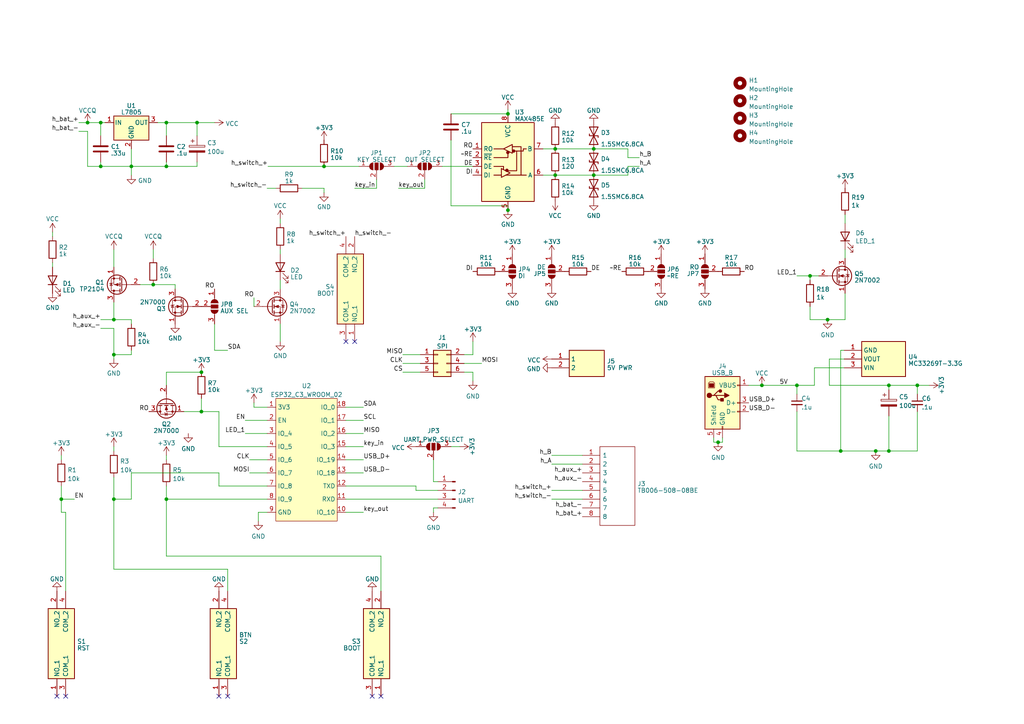
<source format=kicad_sch>
(kicad_sch (version 20230121) (generator eeschema)
  (paper "A4")
  (lib_symbols
    (symbol "Connector:Conn_01x04_Male" (pin_names (offset 1.016) hide)
      (property "Reference" "J" (at 0 5.08 0))
      (property "Value" "Conn_01x04_Male" (at 0 -7.62 0))
      (symbol "Conn_01x04_Male_1_1"
        (pin passive line (at 5.08 2.54 180) (length 3.81) (name "Pin_1") (number "1"))
        (pin passive line (at 5.08 0 180) (length 3.81) (name "Pin_2") (number "2"))
        (pin passive line (at 5.08 -2.54 180) (length 3.81) (name "Pin_3") (number "3"))
        (pin passive line (at 5.08 -5.08 180) (length 3.81) (name "Pin_4") (number "4"))
      )
    )
    (symbol "Connector:USB_B" (pin_names (offset 1.016))
      (property "Reference" "J" (at -5.08 11.43 0))
      (property "Value" "USB_B" (at -5.08 8.89 0))
      (symbol "USB_B_1_1"
        (pin power_out line (at 7.62 5.08 180) (length 2.54) (name "VBUS") (number "1"))
        (pin bidirectional line (at 7.62 -2.54 180) (length 2.54) (name "D-") (number "2"))
        (pin bidirectional line (at 7.62 0 180) (length 2.54) (name "D+") (number "3"))
        (pin power_out line (at 0 -10.16 90) (length 2.54) (name "GND") (number "4"))
        (pin passive line (at -2.54 -10.16 90) (length 2.54) (name "Shield") (number "5"))
      )
    )
    (symbol "Connector_Generic:Conn_02x03_Odd_Even" (pin_names (offset 1.016) hide)
      (property "Reference" "J" (at 1.27 5.08 0))
      (property "Value" "Conn_02x03_Odd_Even" (at 1.27 -5.08 0))
      (symbol "Conn_02x03_Odd_Even_1_1"
        (pin passive line (at -5.08 2.54 0) (length 3.81) (name "Pin_1") (number "1"))
        (pin passive line (at 7.62 2.54 180) (length 3.81) (name "Pin_2") (number "2"))
        (pin passive line (at -5.08 0 0) (length 3.81) (name "Pin_3") (number "3"))
        (pin passive line (at 7.62 0 180) (length 3.81) (name "Pin_4") (number "4"))
        (pin passive line (at -5.08 -2.54 0) (length 3.81) (name "Pin_5") (number "5"))
        (pin passive line (at 7.62 -2.54 180) (length 3.81) (name "Pin_6") (number "6"))
      )
    )
    (symbol "Device:C" (pin_numbers hide) (pin_names (offset 0.254))
      (property "Reference" "C" (at 0.635 2.54 0))
      (property "Value" "C" (at 0.635 -2.54 0))
      (symbol "C_1_1"
        (pin passive line (at 0 3.81 270) (length 2.794) (name "~") (number "1"))
        (pin passive line (at 0 -3.81 90) (length 2.794) (name "~") (number "2"))
      )
    )
    (symbol "Device:C_Polarized" (pin_numbers hide) (pin_names (offset 0.254))
      (property "Reference" "C" (at 0.635 2.54 0))
      (property "Value" "C_Polarized" (at 0.635 -2.54 0))
      (symbol "C_Polarized_1_1"
        (pin passive line (at 0 3.81 270) (length 2.794) (name "~") (number "1"))
        (pin passive line (at 0 -3.81 90) (length 2.794) (name "~") (number "2"))
      )
    )
    (symbol "Device:C_Small" (pin_numbers hide) (pin_names (offset 0.254) hide)
      (property "Reference" "C" (at 0.254 1.778 0))
      (property "Value" "C_Small" (at 0.254 -2.032 0))
      (symbol "C_Small_1_1"
        (pin passive line (at 0 2.54 270) (length 2.032) (name "~") (number "1"))
        (pin passive line (at 0 -2.54 90) (length 2.032) (name "~") (number "2"))
      )
    )
    (symbol "Device:D_TVS" (pin_numbers hide) (pin_names (offset 1.016) hide)
      (property "Reference" "D" (at 0 2.54 0))
      (property "Value" "D_TVS" (at 0 -2.54 0))
      (symbol "D_TVS_1_1"
        (pin passive line (at -3.81 0 0) (length 2.54) (name "A1") (number "1"))
        (pin passive line (at 3.81 0 180) (length 2.54) (name "A2") (number "2"))
      )
    )
    (symbol "Device:LED" (pin_numbers hide) (pin_names (offset 1.016) hide)
      (property "Reference" "D" (at 0 2.54 0))
      (property "Value" "LED" (at 0 -2.54 0))
      (symbol "LED_1_1"
        (pin passive line (at -3.81 0 0) (length 2.54) (name "K") (number "1"))
        (pin passive line (at 3.81 0 180) (length 2.54) (name "A") (number "2"))
      )
    )
    (symbol "Device:R" (pin_numbers hide) (pin_names (offset 0))
      (property "Reference" "R" (at 2.032 0 90))
      (property "Value" "R" (at 0 0 90))
      (symbol "R_1_1"
        (pin passive line (at 0 3.81 270) (length 1.27) (name "~") (number "1"))
        (pin passive line (at 0 -3.81 90) (length 1.27) (name "~") (number "2"))
      )
    )
    (symbol "ESP32_custom:ESP32_C3_WROOM_02"
      (property "Reference" "U" (at 0 2.54 0))
      (property "Value" "ESP32_C3_WROOM_02" (at 0 0 0))
      (symbol "ESP32_C3_WROOM_02_1_1"
        (pin power_in line (at -11.43 -6.35 0) (length 2.54) (name "3V3") (number "1"))
        (pin bidirectional line (at 11.43 -36.83 180) (length 2.54) (name "IO_10") (number "10"))
        (pin bidirectional line (at 11.43 -33.02 180) (length 2.54) (name "RXD") (number "11"))
        (pin bidirectional line (at 11.43 -29.21 180) (length 2.54) (name "TXD") (number "12"))
        (pin bidirectional line (at 11.43 -25.4 180) (length 2.54) (name "IO_18") (number "13"))
        (pin bidirectional line (at 11.43 -21.59 180) (length 2.54) (name "IO_19") (number "14"))
        (pin bidirectional line (at 11.43 -17.78 180) (length 2.54) (name "IO_3") (number "15"))
        (pin bidirectional line (at 11.43 -13.97 180) (length 2.54) (name "IO_2") (number "16"))
        (pin bidirectional line (at 11.43 -10.16 180) (length 2.54) (name "IO_1") (number "17"))
        (pin bidirectional line (at 11.43 -6.35 180) (length 2.54) (name "IO_0") (number "18"))
        (pin input line (at -11.43 -10.16 0) (length 2.54) (name "EN") (number "2"))
        (pin bidirectional line (at -11.43 -13.97 0) (length 2.54) (name "IO_4") (number "3"))
        (pin bidirectional line (at -11.43 -17.78 0) (length 2.54) (name "IO_5") (number "4"))
        (pin bidirectional line (at -11.43 -21.59 0) (length 2.54) (name "IO_6") (number "5"))
        (pin bidirectional line (at -11.43 -25.4 0) (length 2.54) (name "IO_7") (number "6"))
        (pin bidirectional line (at -11.43 -29.21 0) (length 2.54) (name "IO_8") (number "7"))
        (pin bidirectional line (at -11.43 -33.02 0) (length 2.54) (name "IO_9") (number "8"))
        (pin power_in line (at -11.43 -36.83 0) (length 2.54) (name "GND") (number "9"))
      )
    )
    (symbol "Interface_UART:MAX485E"
      (property "Reference" "U" (at -6.096 11.43 0))
      (property "Value" "MAX485E" (at 0.762 11.43 0))
      (symbol "MAX485E_1_1"
        (pin output line (at -10.16 2.54 0) (length 2.54) (name "RO") (number "1"))
        (pin input line (at -10.16 0 0) (length 2.54) (name "~{RE}") (number "2"))
        (pin input line (at -10.16 -2.54 0) (length 2.54) (name "DE") (number "3"))
        (pin input line (at -10.16 -5.08 0) (length 2.54) (name "DI") (number "4"))
        (pin power_in line (at 0 -15.24 90) (length 2.54) (name "GND") (number "5"))
        (pin bidirectional line (at 10.16 -5.08 180) (length 2.54) (name "A") (number "6"))
        (pin bidirectional line (at 10.16 2.54 180) (length 2.54) (name "B") (number "7"))
        (pin power_in line (at 0 12.7 270) (length 2.54) (name "VCC") (number "8"))
      )
    )
    (symbol "Jumper:SolderJumper_3_Open" (pin_names (offset 0) hide)
      (property "Reference" "JP" (at -2.54 -2.54 0))
      (property "Value" "SolderJumper_3_Open" (at 0 2.794 0))
      (symbol "SolderJumper_3_Open_1_1"
        (pin passive line (at -5.08 0 0) (length 2.54) (name "A") (number "1"))
        (pin passive line (at 0 -3.81 90) (length 2.54) (name "C") (number "2"))
        (pin passive line (at 5.08 0 180) (length 2.54) (name "B") (number "3"))
      )
    )
    (symbol "Mechanical:MountingHole" (pin_names (offset 1.016))
      (property "Reference" "H" (at 0 5.08 0))
      (property "Value" "MountingHole" (at 0 3.175 0))
    )
    (symbol "Regulator_Linear:L7805" (pin_names (offset 0.254))
      (property "Reference" "U" (at -3.81 3.175 0))
      (property "Value" "L7805" (at 0 3.175 0))
      (symbol "L7805_1_1"
        (pin power_in line (at -7.62 0 0) (length 2.54) (name "IN") (number "1"))
        (pin power_in line (at 0 -7.62 90) (length 2.54) (name "GND") (number "2"))
        (pin power_out line (at 7.62 0 180) (length 2.54) (name "OUT") (number "3"))
      )
    )
    (symbol "Transistor_FET:2N7000" (pin_names hide)
      (property "Reference" "Q" (at 5.08 1.905 0))
      (property "Value" "2N7000" (at 5.08 0 0))
      (symbol "2N7000_1_1"
        (pin passive line (at 2.54 -5.08 90) (length 2.54) (name "S") (number "1"))
        (pin input line (at -5.08 0 0) (length 2.54) (name "G") (number "2"))
        (pin passive line (at 2.54 5.08 270) (length 2.54) (name "D") (number "3"))
      )
    )
    (symbol "junk-library-1:MC33269T-3.3G"
      (property "Reference" "IC" (at 19.05 7.62 0))
      (property "Value" "MC33269T-3.3G" (at 19.05 5.08 0))
      (symbol "MC33269T-3.3G_1_1"
        (pin power_in line (at 0 0 0) (length 5.08) (name "GND") (number "1"))
        (pin output line (at 0 -2.54 0) (length 5.08) (name "VOUT") (number "2"))
        (pin input line (at 0 -5.08 0) (length 5.08) (name "VIN") (number "3"))
      )
    )
    (symbol "junk-library-1:TB004-508-02BE"
      (property "Reference" "J" (at 16.51 7.62 0))
      (property "Value" "TB004-508-02BE" (at 16.51 5.08 0))
      (symbol "TB004-508-02BE_1_1"
        (pin passive line (at 0 0 0) (length 5.08) (name "1") (number "1"))
        (pin passive line (at 0 -2.54 0) (length 5.08) (name "2") (number "2"))
      )
    )
    (symbol "junk-library-1:TB006-508-08BE" (pin_names (offset 0.762))
      (property "Reference" "J" (at 16.51 7.62 0))
      (property "Value" "TB006-508-08BE" (at 16.51 5.08 0))
      (symbol "TB006-508-08BE_0_0"
        (pin passive line (at 0 0 0) (length 5.08) (name "1") (number "1"))
        (pin passive line (at 0 -2.54 0) (length 5.08) (name "2") (number "2"))
        (pin passive line (at 0 -5.08 0) (length 5.08) (name "3") (number "3"))
        (pin passive line (at 0 -7.62 0) (length 5.08) (name "4") (number "4"))
        (pin passive line (at 0 -10.16 0) (length 5.08) (name "5") (number "5"))
        (pin passive line (at 0 -12.7 0) (length 5.08) (name "6") (number "6"))
        (pin passive line (at 0 -15.24 0) (length 5.08) (name "7") (number "7"))
        (pin passive line (at 0 -17.78 0) (length 5.08) (name "8") (number "8"))
      )
    )
    (symbol "junk-library-1:TP2104" (pin_names hide)
      (property "Reference" "Q" (at 5.08 1.905 0))
      (property "Value" "TP2104" (at 5.08 0 0))
      (symbol "TP2104_1_1"
        (pin passive line (at 2.54 -5.08 90) (length 2.54) (name "S") (number "1"))
        (pin input line (at -5.08 0 0) (length 2.54) (name "G") (number "2"))
        (pin passive line (at 2.54 5.08 270) (length 2.54) (name "D") (number "3"))
      )
    )
    (symbol "junk-library-1:TS02-66-43-BK-100-SCR-D"
      (property "Reference" "S" (at 26.67 7.62 0))
      (property "Value" "TS02-66-43-BK-100-SCR-D" (at 26.67 5.08 0))
      (symbol "TS02-66-43-BK-100-SCR-D_1_1"
        (pin passive line (at 0 0 0) (length 5.08) (name "NO_1") (number "1"))
        (pin passive line (at 30.48 0 180) (length 5.08) (name "NO_2") (number "2"))
        (pin passive line (at 0 -2.54 0) (length 5.08) (name "COM_1") (number "3"))
        (pin passive line (at 30.48 -2.54 180) (length 5.08) (name "COM_2") (number "4"))
      )
    )
    (symbol "power:+3.3V" (power) (pin_names (offset 0))
      (property "Value" "+3.3V" (at 0 3.556 0))
      (symbol "+3.3V_1_1"
        (pin power_in line (at 0 0 90) (length 0) hide (name "+3V3") (number "1"))
      )
    )
    (symbol "power:GND" (power) (pin_names (offset 0))
      (property "Value" "GND" (at 0 -3.81 0))
      (symbol "GND_1_1"
        (pin power_in line (at 0 0 270) (length 0) hide (name "GND") (number "1"))
      )
    )
    (symbol "power:VCC" (power) (pin_names (offset 0))
      (property "Value" "VCC" (at 0 3.81 0))
      (symbol "VCC_1_1"
        (pin power_in line (at 0 0 90) (length 0) hide (name "VCC") (number "1"))
      )
    )
    (symbol "power:VCCQ" (power) (pin_names (offset 0))
      (property "Value" "VCCQ" (at 0 3.81 0))
      (symbol "VCCQ_1_1"
        (pin power_in line (at 0 0 90) (length 0) hide (name "VCCQ") (number "1"))
      )
    )
  )
  (junction (at 33.02 92.71))
  (junction (at 161.036 50.8))
  (junction (at 234.95 80.01))
  (junction (at 57.15 35.56))
  (junction (at 58.42 107.95))
  (junction (at 240.03 92.71))
  (junction (at 48.26 35.56))
  (junction (at 220.98 111.76))
  (junction (at 172.212 43.18))
  (junction (at 29.21 48.26))
  (junction (at 208.28 128.27))
  (junction (at 93.98 48.26))
  (junction (at 33.02 144.78))
  (junction (at 29.21 35.56))
  (junction (at 38.1 48.26))
  (junction (at 48.26 48.26))
  (junction (at 147.32 33.02))
  (junction (at 33.02 102.87))
  (junction (at 17.78 144.78))
  (junction (at 266.065 111.76))
  (junction (at 172.212 50.8))
  (junction (at 147.32 60.96))
  (junction (at 58.42 119.38))
  (junction (at 231.14 111.76))
  (junction (at 243.84 130.81))
  (junction (at 254 130.81))
  (junction (at 161.036 43.18))
  (junction (at 44.45 82.55))
  (junction (at 48.26 144.78))
  (junction (at 257.81 111.76))
  (junction (at 25.4 35.56))
  (junction (at 257.81 130.81))
  (no_connect (at 16.51 201.93))
  (no_connect (at 63.5 201.93))
  (no_connect (at 102.87 99.06))
  (no_connect (at 66.04 201.93))
  (no_connect (at 19.05 201.93))
  (no_connect (at 107.95 201.93))
  (no_connect (at 100.33 99.06))
  (no_connect (at 110.49 201.93))
  (wire (pts (xy 137.16 102.87) (xy 134.62 102.87)))
  (wire (pts (xy 38.1 48.26) (xy 29.21 48.26)))
  (wire (pts (xy 160.02 134.62) (xy 168.91 134.62)))
  (wire (pts (xy 231.14 130.81) (xy 243.84 130.81)))
  (wire (pts (xy 182.118 50.8) (xy 172.212 50.8)))
  (wire (pts (xy 110.49 161.29) (xy 110.49 171.45)))
  (wire (pts (xy 100.33 140.97) (xy 120.65 140.97)))
  (wire (pts (xy 62.23 93.98) (xy 62.23 101.6)))
  (wire (pts (xy 160.02 142.24) (xy 168.91 142.24)))
  (wire (pts (xy 74.93 148.59) (xy 77.47 148.59)))
  (wire (pts (xy 130.81 40.64) (xy 130.81 59.69)))
  (wire (pts (xy 130.81 33.02) (xy 147.32 33.02)))
  (wire (pts (xy 209.55 127) (xy 209.55 128.27)))
  (wire (pts (xy 38.1 144.78) (xy 33.02 144.78)))
  (wire (pts (xy 266.065 119.38) (xy 266.065 130.81)))
  (wire (pts (xy 63.5 129.54) (xy 63.5 119.38)))
  (wire (pts (xy 33.02 165.1) (xy 66.04 165.1)))
  (wire (pts (xy 48.26 35.56) (xy 57.15 35.56)))
  (wire (pts (xy 109.22 52.07) (xy 109.22 54.61)))
  (wire (pts (xy 139.7 105.41) (xy 134.62 105.41)))
  (wire (pts (xy 182.118 45.72) (xy 182.118 43.18)))
  (wire (pts (xy 38.1 102.87) (xy 33.02 102.87)))
  (wire (pts (xy 33.02 72.39) (xy 33.02 77.47)))
  (wire (pts (xy 63.5 119.38) (xy 58.42 119.38)))
  (wire (pts (xy 130.81 129.54) (xy 133.35 129.54)))
  (wire (pts (xy 72.39 133.35) (xy 77.47 133.35)))
  (wire (pts (xy 38.1 43.18) (xy 38.1 48.26)))
  (wire (pts (xy 172.212 50.8) (xy 161.036 50.8)))
  (wire (pts (xy 234.95 92.71) (xy 234.95 88.9)))
  (wire (pts (xy 245.11 92.71) (xy 240.03 92.71)))
  (wire (pts (xy 257.81 111.76) (xy 266.065 111.76)))
  (wire (pts (xy 243.84 101.6) (xy 243.84 130.81)))
  (wire (pts (xy 240.03 92.71) (xy 234.95 92.71)))
  (wire (pts (xy 257.81 120.65) (xy 257.81 130.81)))
  (wire (pts (xy 77.47 54.61) (xy 80.01 54.61)))
  (wire (pts (xy 33.02 95.25) (xy 33.02 102.87)))
  (wire (pts (xy 25.4 48.26) (xy 25.4 38.1)))
  (wire (pts (xy 220.98 111.76) (xy 231.14 111.76)))
  (wire (pts (xy 17.78 132.08) (xy 17.78 133.35)))
  (wire (pts (xy 48.26 140.97) (xy 48.26 144.78)))
  (wire (pts (xy 77.724 48.26) (xy 93.98 48.26)))
  (wire (pts (xy 57.15 35.56) (xy 62.23 35.56)))
  (wire (pts (xy 25.4 35.56) (xy 29.21 35.56)))
  (wire (pts (xy 160.02 132.08) (xy 168.91 132.08)))
  (wire (pts (xy 120.65 142.24) (xy 127 142.24)))
  (wire (pts (xy 81.28 64.77) (xy 81.28 63.5)))
  (wire (pts (xy 71.12 121.92) (xy 77.47 121.92)))
  (wire (pts (xy 29.21 48.26) (xy 25.4 48.26)))
  (wire (pts (xy 81.28 81.28) (xy 81.28 83.82)))
  (wire (pts (xy 100.33 121.92) (xy 105.41 121.92)))
  (wire (pts (xy 266.065 111.76) (xy 266.065 114.3)))
  (wire (pts (xy 157.48 43.18) (xy 161.036 43.18)))
  (wire (pts (xy 74.93 151.13) (xy 74.93 148.59)))
  (wire (pts (xy 172.212 43.18) (xy 161.036 43.18)))
  (wire (pts (xy 207.01 127) (xy 207.01 128.27)))
  (wire (pts (xy 77.47 140.97) (xy 63.5 140.97)))
  (wire (pts (xy 66.04 165.1) (xy 66.04 171.45)))
  (wire (pts (xy 100.33 133.35) (xy 105.41 133.35)))
  (wire (pts (xy 29.21 95.25) (xy 33.02 95.25)))
  (wire (pts (xy 100.33 137.16) (xy 105.41 137.16)))
  (wire (pts (xy 44.45 72.39) (xy 44.45 74.93)))
  (wire (pts (xy 57.15 35.56) (xy 57.15 39.37)))
  (wire (pts (xy 48.26 107.95) (xy 58.42 107.95)))
  (wire (pts (xy 93.98 55.88) (xy 93.98 54.61)))
  (wire (pts (xy 72.39 137.16) (xy 77.47 137.16)))
  (wire (pts (xy 17.78 140.97) (xy 17.78 144.78)))
  (wire (pts (xy 125.73 133.35) (xy 125.73 139.7)))
  (wire (pts (xy 266.065 111.76) (xy 269.494 111.76)))
  (wire (pts (xy 15.24 76.2) (xy 15.24 77.47)))
  (wire (pts (xy 257.81 111.76) (xy 257.81 113.03)))
  (wire (pts (xy 48.26 111.76) (xy 48.26 107.95)))
  (wire (pts (xy 100.33 129.54) (xy 105.41 129.54)))
  (wire (pts (xy 100.33 118.11) (xy 105.41 118.11)))
  (wire (pts (xy 137.16 99.06) (xy 137.16 102.87)))
  (wire (pts (xy 48.26 132.08) (xy 48.26 133.35)))
  (wire (pts (xy 25.4 38.1) (xy 22.86 38.1)))
  (wire (pts (xy 120.65 140.97) (xy 120.65 142.24)))
  (wire (pts (xy 147.32 59.69) (xy 147.32 60.96)))
  (wire (pts (xy 17.78 144.78) (xy 21.59 144.78)))
  (wire (pts (xy 63.5 140.97) (xy 63.5 137.16)))
  (wire (pts (xy 17.78 144.78) (xy 17.78 148.59)))
  (wire (pts (xy 116.84 102.87) (xy 121.92 102.87)))
  (wire (pts (xy 73.66 116.84) (xy 73.66 118.11)))
  (wire (pts (xy 22.86 35.56) (xy 25.4 35.56)))
  (wire (pts (xy 81.28 72.39) (xy 81.28 73.66)))
  (wire (pts (xy 231.14 80.01) (xy 234.95 80.01)))
  (wire (pts (xy 38.1 93.98) (xy 38.1 92.71)))
  (wire (pts (xy 48.26 161.29) (xy 110.49 161.29)))
  (wire (pts (xy 123.19 52.07) (xy 123.19 54.61)))
  (wire (pts (xy 254 130.81) (xy 257.81 130.81)))
  (wire (pts (xy 48.26 48.26) (xy 57.15 48.26)))
  (wire (pts (xy 48.26 144.78) (xy 77.47 144.78)))
  (wire (pts (xy 33.02 92.71) (xy 38.1 92.71)))
  (wire (pts (xy 115.57 54.61) (xy 123.19 54.61)))
  (wire (pts (xy 33.02 144.78) (xy 33.02 165.1)))
  (wire (pts (xy 109.22 54.61) (xy 102.87 54.61)))
  (wire (pts (xy 234.95 80.01) (xy 234.95 81.28)))
  (wire (pts (xy 100.33 144.78) (xy 127 144.78)))
  (wire (pts (xy 130.81 59.69) (xy 147.32 59.69)))
  (wire (pts (xy 137.16 107.95) (xy 137.16 110.49)))
  (wire (pts (xy 73.66 86.36) (xy 73.66 88.9)))
  (wire (pts (xy 207.01 128.27) (xy 208.28 128.27)))
  (wire (pts (xy 77.47 129.54) (xy 63.5 129.54)))
  (wire (pts (xy 125.73 148.59) (xy 125.73 147.32)))
  (wire (pts (xy 62.23 101.6) (xy 66.04 101.6)))
  (wire (pts (xy 182.118 43.18) (xy 172.212 43.18)))
  (wire (pts (xy 134.62 107.95) (xy 137.16 107.95)))
  (wire (pts (xy 33.02 102.87) (xy 33.02 104.14)))
  (wire (pts (xy 73.66 118.11) (xy 77.47 118.11)))
  (wire (pts (xy 38.1 137.16) (xy 38.1 144.78)))
  (wire (pts (xy 48.26 46.99) (xy 48.26 48.26)))
  (wire (pts (xy 63.5 137.16) (xy 38.1 137.16)))
  (wire (pts (xy 245.11 72.39) (xy 245.11 74.93)))
  (wire (pts (xy 19.05 148.59) (xy 19.05 171.45)))
  (wire (pts (xy 29.21 46.99) (xy 29.21 48.26)))
  (wire (pts (xy 33.02 87.63) (xy 33.02 92.71)))
  (wire (pts (xy 182.118 45.72) (xy 185.42 45.72)))
  (wire (pts (xy 182.118 48.26) (xy 185.42 48.26)))
  (wire (pts (xy 234.95 80.01) (xy 237.49 80.01)))
  (wire (pts (xy 244.856 101.6) (xy 243.84 101.6)))
  (wire (pts (xy 231.14 111.76) (xy 231.14 114.3)))
  (wire (pts (xy 240.538 104.14) (xy 240.538 111.76)))
  (wire (pts (xy 125.73 147.32) (xy 127 147.32)))
  (wire (pts (xy 57.15 48.26) (xy 57.15 46.99)))
  (wire (pts (xy 244.856 104.14) (xy 240.538 104.14)))
  (wire (pts (xy 38.1 48.26) (xy 38.1 50.8)))
  (wire (pts (xy 157.48 50.8) (xy 161.036 50.8)))
  (wire (pts (xy 38.1 101.6) (xy 38.1 102.87)))
  (wire (pts (xy 116.84 107.95) (xy 121.92 107.95)))
  (wire (pts (xy 48.26 144.78) (xy 48.26 161.29)))
  (wire (pts (xy 257.81 130.81) (xy 266.065 130.81)))
  (wire (pts (xy 17.78 148.59) (xy 19.05 148.59)))
  (wire (pts (xy 243.84 130.81) (xy 254 130.81)))
  (wire (pts (xy 29.21 35.56) (xy 29.21 39.37)))
  (wire (pts (xy 38.1 48.26) (xy 48.26 48.26)))
  (wire (pts (xy 245.11 85.09) (xy 245.11 92.71)))
  (wire (pts (xy 50.8 82.55) (xy 50.8 83.82)))
  (wire (pts (xy 128.27 48.26) (xy 137.16 48.26)))
  (wire (pts (xy 147.32 31.75) (xy 147.32 33.02)))
  (wire (pts (xy 240.538 111.76) (xy 257.81 111.76)))
  (wire (pts (xy 48.26 35.56) (xy 45.72 35.56)))
  (wire (pts (xy 87.63 54.61) (xy 93.98 54.61)))
  (wire (pts (xy 33.02 92.71) (xy 29.21 92.71)))
  (wire (pts (xy 182.118 48.26) (xy 182.118 50.8)))
  (wire (pts (xy 100.33 148.59) (xy 105.41 148.59)))
  (wire (pts (xy 208.28 128.27) (xy 209.55 128.27)))
  (wire (pts (xy 217.17 111.76) (xy 220.98 111.76)))
  (wire (pts (xy 58.42 115.57) (xy 58.42 119.38)))
  (wire (pts (xy 160.02 144.78) (xy 168.91 144.78)))
  (wire (pts (xy 100.33 125.73) (xy 105.41 125.73)))
  (wire (pts (xy 48.26 39.37) (xy 48.26 35.56)))
  (wire (pts (xy 58.42 119.38) (xy 53.34 119.38)))
  (wire (pts (xy 114.3 48.26) (xy 118.11 48.26)))
  (wire (pts (xy 44.45 82.55) (xy 50.8 82.55)))
  (wire (pts (xy 244.856 106.68) (xy 236.22 106.68)))
  (wire (pts (xy 40.64 82.55) (xy 44.45 82.55)))
  (wire (pts (xy 15.24 68.58) (xy 15.24 67.31)))
  (wire (pts (xy 231.14 119.38) (xy 231.14 130.81)))
  (wire (pts (xy 116.84 105.41) (xy 121.92 105.41)))
  (wire (pts (xy 236.22 106.68) (xy 236.22 111.76)))
  (wire (pts (xy 71.12 125.73) (xy 77.47 125.73)))
  (wire (pts (xy 245.11 62.23) (xy 245.11 64.77)))
  (wire (pts (xy 29.21 35.56) (xy 30.48 35.56)))
  (wire (pts (xy 33.02 138.43) (xy 33.02 144.78)))
  (wire (pts (xy 81.28 93.98) (xy 81.28 99.06)))
  (wire (pts (xy 33.02 129.54) (xy 33.02 130.81)))
  (wire (pts (xy 93.98 48.26) (xy 104.14 48.26)))
  (wire (pts (xy 125.73 139.7) (xy 127 139.7)))
  (wire (pts (xy 231.14 111.76) (xy 236.22 111.76)))
  (label "DE" (at 171.45 78.74 0))
  (label "MOSI" (at 72.39 137.16 180))
  (label "RO" (at 73.66 86.36 180))
  (label "h_switch_+" (at 100.33 68.58 180))
  (label "MISO" (at 116.84 102.87 180))
  (label "CLK" (at 116.84 105.41 180))
  (label "key_in" (at 102.87 54.61 0))
  (label "EN" (at 71.12 121.92 180))
  (label "MOSI" (at 139.7 105.41 0))
  (label "key_in" (at 105.41 129.54 0))
  (label "RO" (at 137.16 43.18 180))
  (label "RO" (at 43.18 119.38 180))
  (label "RO" (at 62.23 83.82 180))
  (label "h_aux_-" (at 168.91 139.7 180))
  (label "h_aux_-" (at 29.21 95.25 180))
  (label "MISO" (at 105.41 125.73 0))
  (label "DI" (at 137.16 50.8 180))
  (label "SDA" (at 66.04 101.6 0))
  (label "h_A" (at 185.42 48.26 0))
  (label "CLK" (at 72.39 133.35 180))
  (label "USB_D+" (at 217.17 116.84 0))
  (label "h_switch_+" (at 77.724 48.26 180))
  (label "h_bat_+" (at 168.91 149.86 180))
  (label "key_out" (at 105.41 148.59 0))
  (label "h_switch_+" (at 160.02 142.24 180))
  (label "h_bat_-" (at 22.86 38.1 180))
  (label "RO" (at 215.9 78.74 0))
  (label "key_out" (at 115.57 54.61 0))
  (label "EN" (at 21.59 144.78 0))
  (label "DI" (at 137.16 78.74 180))
  (label "5V" (at 226.06 111.76 0))
  (label "CS" (at 116.84 107.95 180))
  (label "~RE" (at 137.16 45.72 180))
  (label "h_aux_+" (at 29.21 92.71 180))
  (label "h_A" (at 160.02 134.62 180))
  (label "DE" (at 137.16 48.26 180))
  (label "h_bat_+" (at 22.86 35.56 180))
  (label "~RE" (at 180.34 78.74 180))
  (label "h_bat_-" (at 168.91 147.32 180))
  (label "SCL" (at 105.41 121.92 0))
  (label "h_switch_-" (at 102.87 68.58 0))
  (label "LED_1" (at 231.14 80.01 180))
  (label "h_switch_-" (at 160.02 144.78 180))
  (label "USB_D+" (at 105.41 133.35 0))
  (label "SDA" (at 105.41 118.11 0))
  (label "USB_D-" (at 105.41 137.16 0))
  (label "h_B" (at 185.42 45.72 0))
  (label "h_switch_-" (at 77.47 54.61 180))
  (label "h_B" (at 160.02 132.08 180))
  (label "USB_D-" (at 217.17 119.38 0))
  (label "LED_1" (at 71.12 125.73 180))
  (label "h_aux_+" (at 168.91 137.16 180))
  (symbol (lib_id "junk-library-1:TP2104") (at 35.56 82.55 180) (unit 1)
    (property "Reference" "Q1" (at 30.353 81.9063 0) (effects (justify left)))
    (property "Value" "TP2104" (at 30.353 83.8273 0) (effects (justify left)))
    (property "Footprint" "Package_TO_SOT_THT:TO-92_Inline_Wide" (effects hide))
    (property "Datasheet" "https://ww1.microchip.com/downloads/aemDocuments/documents/APID/ProductDocuments/DataSheets/TP2104-P-Channel-Enhancement-Mode-Vertical-DMOS-FET-Data-Sheet-20005958A.pdf" (effects hide))
  )
  (symbol (lib_id "power:+3.3V") (at 48.26 132.08 0) (unit 1)
    (property "Reference" "#PWR010" (effects hide))
    (property "Value" "+3.3V" (at 48.26 128.5042 0))
  )
  (symbol (lib_id "Device:C_Polarized") (at 257.81 116.84 0) (unit 1)
    (property "Reference" "C5" (at 260.731 115.1163 0) (effects (justify left)))
    (property "Value" "100u" (at 260.731 117.6532 0) (effects (justify left)))
    (property "Footprint" "Capacitor_THT:CP_Radial_D4.0mm_P2.00mm" (effects hide))
  )
  (symbol (lib_id "Device:R") (at 44.45 78.74 0) (unit 1)
    (property "Reference" "R6" (at 46.228 78.0963 0) (effects (justify left)))
    (property "Value" "10k" (at 46.228 80.0173 0) (effects (justify left)))
    (property "Footprint" "Resistor_THT:R_Axial_DIN0207_L6.3mm_D2.5mm_P7.62mm_Horizontal" (effects hide))
  )
  (symbol (lib_id "power:VCC") (at 62.23 35.56 270) (unit 1)
    (property "Reference" "#PWR015" (effects hide))
    (property "Value" "VCC" (at 65.405 35.8768 90) (effects (justify left)))
  )
  (symbol (lib_id "Mechanical:MountingHole") (at 214.63 39.37 0) (unit 1)
    (property "Reference" "H4" (at 217.17 38.5353 0) (effects (justify left)))
    (property "Value" "MountingHole" (at 217.17 41.0722 0) (effects (justify left)))
    (property "Footprint" "MountingHole:MountingHole_3.2mm_M3_DIN965_Pad_TopBottom" (effects hide))
  )
  (symbol (lib_id "Jumper:SolderJumper_3_Open") (at 148.59 78.74 270) (unit 1)
    (property "Reference" "JP4" (at 150.241 78.0963 90) (effects (justify left)))
    (property "Value" "DI" (at 150.241 80.0173 90) (effects (justify left)))
    (property "Footprint" "Jumper:SolderJumper-3_P1.3mm_Open_RoundedPad1.0x1.5mm_NumberLabels" (effects hide))
  )
  (symbol (lib_id "power:VCC") (at 160.02 104.14 90) (unit 1)
    (property "Reference" "#PWR048" (effects hide))
    (property "Value" "VCC" (at 156.845 104.4568 90) (effects (justify left)))
  )
  (symbol (lib_id "Transistor_FET:2N7000") (at 53.34 88.9 0) (mirror y) (unit 1)
    (property "Reference" "Q3" (at 48.133 89.5437 0) (effects (justify left)))
    (property "Value" "2N7000" (at 48.133 87.6227 0) (effects (justify left)))
    (property "Footprint" "Package_TO_SOT_THT:TO-92_Inline_Wide" (effects hide))
    (property "Datasheet" "https://www.vishay.com/docs/70226/70226.pdf" (effects hide))
  )
  (symbol (lib_id "Transistor_FET:2N7000") (at 78.74 88.9 0) (unit 1)
    (property "Reference" "Q4" (at 83.947 88.2563 0) (effects (justify left)))
    (property "Value" "2N7002" (at 83.947 90.1773 0) (effects (justify left)))
    (property "Footprint" "Package_TO_SOT_THT:TO-92_Inline_Wide" (effects hide))
    (property "Datasheet" "https://www.vishay.com/docs/70226/70226.pdf" (effects hide))
  )
  (symbol (lib_id "power:+3.3V") (at 148.59 73.66 0) (unit 1)
    (property "Reference" "#PWR030" (effects hide))
    (property "Value" "+3.3V" (at 148.59 70.0842 0))
  )
  (symbol (lib_id "Connector:USB_B") (at 209.55 116.84 0) (unit 1)
    (property "Reference" "J4" (at 209.55 106.2101 0))
    (property "Value" "USB_B" (at 209.55 108.1311 0))
    (property "Footprint" "Connector_USB:USB_B_OST_USB-B1HSxx_Horizontal" (effects hide))
    (property "Datasheet" " ~" (effects hide))
  )
  (symbol (lib_id "power:+3.3V") (at 204.47 73.66 0) (unit 1)
    (property "Reference" "#PWR040" (effects hide))
    (property "Value" "+3.3V" (at 204.47 70.0842 0))
  )
  (symbol (lib_id "Regulator_Linear:L7805") (at 38.1 35.56 0) (unit 1)
    (property "Reference" "U1" (at 38.1 30.6451 0))
    (property "Value" "L7805" (at 38.1 32.5661 0))
    (property "Footprint" "Package_TO_SOT_THT:TO-220-3_Horizontal_TabDown" (effects hide))
    (property "Datasheet" "http://www.st.com/content/ccc/resource/technical/document/datasheet/41/4f/b3/b0/12/d4/47/88/CD00000444.pdf/files/CD00000444.pdf/jcr:content/translations/en.CD00000444.pdf" (effects hide))
  )
  (symbol (lib_id "Device:C_Polarized") (at 57.15 43.18 0) (unit 1)
    (property "Reference" "C3" (at 60.071 41.4563 0) (effects (justify left)))
    (property "Value" "100u" (at 60.071 43.9932 0) (effects (justify left)))
    (property "Footprint" "Capacitor_THT:CP_Radial_D4.0mm_P2.00mm" (effects hide))
  )
  (symbol (lib_id "power:VCC") (at 120.65 129.54 90) (unit 1)
    (property "Reference" "#PWR050" (effects hide))
    (property "Value" "VCC" (at 117.475 129.8568 90) (effects (justify left)))
  )
  (symbol (lib_id "power:GND") (at 161.036 35.56 180) (unit 1)
    (property "Reference" "#PWR034" (effects hide))
    (property "Value" "GND" (at 161.036 32.0581 0))
  )
  (symbol (lib_id "junk-library-1:TB006-508-08BE") (at 168.91 132.08 0) (unit 1)
    (property "Reference" "J3" (at 184.8612 140.3263 0) (effects (justify left)))
    (property "Value" "TB006-508-08BE" (at 184.8612 142.2473 0) (effects (justify left)))
    (property "Footprint" "junk-library-1:TB00650808BE" (effects hide))
    (property "Datasheet" "https://componentsearchengine.com/Datasheets/1/TB006-508-08BE.pdf" (effects hide))
    (property "Description" "Fixed Terminal Blocks screw type, 5.08 , horizontal, 8 poles, CUI Blue, slotted screw, PCB mount" (effects hide))
    (property "Height" "8.2" (effects hide))
    (property "Mouser Part Number" "490-TB006-508-08BE" (effects hide))
    (property "Mouser Price/Stock" "https://www.mouser.co.uk/ProductDetail/CUI-Devices/TB006-508-08BE?qs=vLWxofP3U2x4UFHjKsiOfQ%3D%3D" (effects hide))
    (property "Manufacturer_Name" "CUI Devices" (effects hide))
    (property "Manufacturer_Part_Number" "TB006-508-08BE" (effects hide))
  )
  (symbol (lib_id "Device:R") (at 161.036 46.99 0) (unit 1)
    (property "Reference" "R13" (at 162.814 46.3463 0) (effects (justify left)))
    (property "Value" "120" (at 162.814 48.2673 0) (effects (justify left)))
    (property "Footprint" "Resistor_THT:R_Axial_DIN0207_L6.3mm_D2.5mm_P7.62mm_Horizontal" (effects hide))
  )
  (symbol (lib_id "power:GND") (at 254 130.81 0) (unit 1)
    (property "Reference" "#PWR046" (effects hide))
    (property "Value" "GND" (at 254 135.2534 0))
  )
  (symbol (lib_id "power:GND") (at 107.95 171.45 180) (unit 1)
    (property "Reference" "#PWR023" (effects hide))
    (property "Value" "GND" (at 107.95 167.9481 0))
  )
  (symbol (lib_id "power:VCC") (at 147.32 31.75 0) (unit 1)
    (property "Reference" "#PWR028" (effects hide))
    (property "Value" "VCC" (at 147.32 28.2481 0))
  )
  (symbol (lib_id "Mechanical:MountingHole") (at 214.63 24.13 0) (unit 1)
    (property "Reference" "H1" (at 217.17 23.2953 0) (effects (justify left)))
    (property "Value" "MountingHole" (at 217.17 25.8322 0) (effects (justify left)))
    (property "Footprint" "MountingHole:MountingHole_3.2mm_M3_DIN965_Pad_TopBottom" (effects hide))
  )
  (symbol (lib_id "power:GND") (at 54.61 125.73 0) (unit 1)
    (property "Reference" "#PWR012" (effects hide))
    (property "Value" "GND" (at 54.61 130.1734 0))
  )
  (symbol (lib_id "Device:R") (at 17.78 137.16 0) (unit 1)
    (property "Reference" "R1" (at 19.558 136.3253 0) (effects (justify left)))
    (property "Value" "10k" (at 19.558 138.8622 0) (effects (justify left)))
    (property "Footprint" "Resistor_THT:R_Axial_DIN0207_L6.3mm_D2.5mm_P7.62mm_Horizontal" (effects hide))
  )
  (symbol (lib_id "Device:R") (at 161.036 54.61 0) (unit 1)
    (property "Reference" "R14" (at 162.814 53.9663 0) (effects (justify left)))
    (property "Value" "10k" (at 162.814 55.8873 0) (effects (justify left)))
    (property "Footprint" "Resistor_THT:R_Axial_DIN0207_L6.3mm_D2.5mm_P7.62mm_Horizontal" (effects hide))
  )
  (symbol (lib_id "power:VCC") (at 220.98 111.76 0) (unit 1)
    (property "Reference" "#PWR043" (effects hide))
    (property "Value" "VCC" (at 220.98 108.2581 0))
  )
  (symbol (lib_id "power:VCCQ") (at 44.45 72.39 0) (unit 1)
    (property "Reference" "#PWR011" (effects hide))
    (property "Value" "VCCQ" (at 44.45 68.58 0))
  )
  (symbol (lib_id "power:+3.3V") (at 17.78 132.08 0) (unit 1)
    (property "Reference" "#PWR02" (effects hide))
    (property "Value" "+3.3V" (at 17.78 128.5042 0))
  )
  (symbol (lib_id "junk-library-1:MC33269T-3.3G") (at 244.856 101.6 0) (unit 1)
    (property "Reference" "U4" (at 263.398 103.4963 0) (effects (justify left)))
    (property "Value" "MC33269T-3.3G" (at 263.398 105.4173 0) (effects (justify left)))
    (property "Footprint" "Package_TO_SOT_THT:TO-220-3_Horizontal_TabDown" (effects hide))
    (property "Datasheet" "http://www.onsemi.com/pub/Collateral/MC33269-D.PDF" (effects hide))
    (property "Height" "4.82" (effects hide))
    (property "Mouser Part Number" "863-MC33269T-3.3G" (effects hide))
    (property "Mouser Price/Stock" "https://www.mouser.co.uk/ProductDetail/onsemi/MC33269T-33G?qs=dFKnUM%2FquJYsjBLz7v5p2A%3D%3D" (effects hide))
    (property "Manufacturer_Name" "onsemi" (effects hide))
    (property "Manufacturer_Part_Number" "MC33269T-3.3G" (effects hide))
  )
  (symbol (lib_id "Mechanical:MountingHole") (at 214.63 34.29 0) (unit 1)
    (property "Reference" "H3" (at 217.17 33.4553 0) (effects (justify left)))
    (property "Value" "MountingHole" (at 217.17 35.9922 0) (effects (justify left)))
    (property "Footprint" "MountingHole:MountingHole_3.2mm_M3_DIN965_Pad_TopBottom" (effects hide))
  )
  (symbol (lib_id "power:GND") (at 63.5 171.45 180) (unit 1)
    (property "Reference" "#PWR016" (effects hide))
    (property "Value" "GND" (at 63.5 167.9481 0))
  )
  (symbol (lib_id "Device:C_Small") (at 231.14 116.84 0) (unit 1)
    (property "Reference" "C4" (at 232.41 115.57 0) (effects (justify left)))
    (property "Value" ".1u" (at 232.41 118.11 0) (effects (justify left)))
    (property "Footprint" "Capacitor_THT:C_Rect_L7.0mm_W2.5mm_P5.00mm" (effects hide))
  )
  (symbol (lib_id "Connector_Generic:Conn_02x03_Odd_Even") (at 127 105.41 0) (unit 1)
    (property "Reference" "J1" (at 128.27 97.9002 0))
    (property "Value" "SPI" (at 128.27 100.4371 0))
    (property "Footprint" "Connector_PinHeader_2.54mm:PinHeader_2x03_P2.54mm_Vertical" (effects hide))
  )
  (symbol (lib_id "Device:C") (at 29.21 43.18 0) (unit 1)
    (property "Reference" "C1" (at 32.131 42.5363 0) (effects (justify left)))
    (property "Value" ".33u" (at 32.131 44.4573 0) (effects (justify left)))
    (property "Footprint" "Capacitor_THT:C_Rect_L7.0mm_W2.5mm_P5.00mm" (effects hide))
  )
  (symbol (lib_id "Device:R") (at 184.15 78.74 90) (unit 1)
    (property "Reference" "R16" (at 184.15 74.7141 90))
    (property "Value" "10k" (at 184.15 76.6351 90))
    (property "Footprint" "Resistor_THT:R_Axial_DIN0207_L6.3mm_D2.5mm_P7.62mm_Horizontal" (effects hide))
  )
  (symbol (lib_id "Device:C_Small") (at 266.065 116.84 0) (unit 1)
    (property "Reference" "C6" (at 267.335 115.57 0) (effects (justify left)))
    (property "Value" ".1u" (at 267.335 118.11 0) (effects (justify left)))
    (property "Footprint" "Capacitor_THT:C_Rect_L7.0mm_W2.5mm_P5.00mm" (effects hide))
  )
  (symbol (lib_id "Jumper:SolderJumper_3_Open") (at 109.22 48.26 0) (unit 1)
    (property "Reference" "JP1" (at 109.22 44.3611 0))
    (property "Value" "KEY SELECT" (at 109.22 46.2821 0))
    (property "Footprint" "Jumper:SolderJumper-3_P1.3mm_Open_RoundedPad1.0x1.5mm_NumberLabels" (effects hide))
  )
  (symbol (lib_id "power:+3.3V") (at 73.66 116.84 0) (unit 1)
    (property "Reference" "#PWR019" (effects hide))
    (property "Value" "+3.3V" (at 73.66 113.2642 0))
  )
  (symbol (lib_id "Jumper:SolderJumper_3_Open") (at 62.23 88.9 270) (unit 1)
    (property "Reference" "JP8" (at 63.881 88.2563 90) (effects (justify left)))
    (property "Value" "AUX SEL" (at 63.881 90.1773 90) (effects (justify left)))
    (property "Footprint" "Jumper:SolderJumper-3_P1.3mm_Open_RoundedPad1.0x1.5mm_NumberLabels" (effects hide))
  )
  (symbol (lib_id "junk-library-1:TB004-508-02BE") (at 160.02 104.14 0) (unit 1)
    (property "Reference" "J5" (at 176.022 104.7663 0) (effects (justify left)))
    (property "Value" "5V PWR" (at 176.022 106.6873 0) (effects (justify left)))
    (property "Footprint" "junk-library-1:SHDR2W100P0X508_1X2_1016X1020X1410P" (effects hide))
    (property "Datasheet" "https://componentsearchengine.com/Datasheets/1/TB004-508-02BE.pdf" (effects hide))
    (property "Height" "14.1" (effects hide))
    (property "Mouser Part Number" "490-TB004-508-02BE" (effects hide))
    (property "Mouser Price/Stock" "https://www.mouser.co.uk/ProductDetail/CUI-Devices/TB004-508-02BE?qs=vLWxofP3U2zLwdGzG2tSkA%3D%3D" (effects hide))
    (property "Manufacturer_Name" "CUI Devices" (effects hide))
    (property "Manufacturer_Part_Number" "TB004-508-02BE" (effects hide))
  )
  (symbol (lib_id "power:VCC") (at 81.28 63.5 0) (unit 1)
    (property "Reference" "#PWR017" (effects hide))
    (property "Value" "VCC" (at 81.28 59.69 0))
  )
  (symbol (lib_id "Transistor_FET:2N7000") (at 48.26 116.84 90) (mirror x) (unit 1)
    (property "Reference" "Q2" (at 48.26 123.0075 90))
    (property "Value" "2N7000" (at 48.26 124.9285 90))
    (property "Footprint" "Package_TO_SOT_THT:TO-92_Inline_Wide" (effects hide))
    (property "Datasheet" "https://www.vishay.com/docs/70226/70226.pdf" (effects hide))
  )
  (symbol (lib_id "power:+3.3V") (at 191.77 73.66 0) (unit 1)
    (property "Reference" "#PWR038" (effects hide))
    (property "Value" "+3.3V" (at 191.77 70.0842 0))
  )
  (symbol (lib_id "Device:R") (at 48.26 137.16 0) (unit 1)
    (property "Reference" "R5" (at 50.038 136.3253 0) (effects (justify left)))
    (property "Value" "10k" (at 50.038 138.8622 0) (effects (justify left)))
    (property "Footprint" "Resistor_THT:R_Axial_DIN0207_L6.3mm_D2.5mm_P7.62mm_Horizontal" (effects hide))
  )
  (symbol (lib_id "power:GND") (at 33.02 104.14 0) (unit 1)
    (property "Reference" "#PWR09" (effects hide))
    (property "Value" "GND" (at 33.02 108.2755 0))
  )
  (symbol (lib_id "power:GND") (at 160.02 83.82 0) (unit 1)
    (property "Reference" "#PWR033" (effects hide))
    (property "Value" "GND" (at 160.02 87.9555 0))
  )
  (symbol (lib_id "power:VCC") (at 15.24 67.31 0) (unit 1)
    (property "Reference" "#PWR03" (effects hide))
    (property "Value" "VCC" (at 15.24 63.5 0))
  )
  (symbol (lib_id "Jumper:SolderJumper_3_Open") (at 123.19 48.26 0) (unit 1)
    (property "Reference" "JP2" (at 123.19 44.3611 0))
    (property "Value" "OUT SELECT" (at 123.19 46.2821 0))
    (property "Footprint" "Jumper:SolderJumper-3_P1.3mm_Open_RoundedPad1.0x1.5mm_NumberLabels" (effects hide))
  )
  (symbol (lib_id "power:+3.3V") (at 137.16 99.06 0) (unit 1)
    (property "Reference" "#PWR026" (effects hide))
    (property "Value" "+3.3V" (at 137.16 95.4842 0))
  )
  (symbol (lib_id "Device:R") (at 33.02 134.62 0) (unit 1)
    (property "Reference" "R3" (at 34.798 133.7853 0) (effects (justify left)))
    (property "Value" "10k" (at 34.798 136.3222 0) (effects (justify left)))
    (property "Footprint" "Resistor_THT:R_Axial_DIN0207_L6.3mm_D2.5mm_P7.62mm_Horizontal" (effects hide))
  )
  (symbol (lib_id "Device:R") (at 234.95 85.09 0) (unit 1)
    (property "Reference" "R18" (at 236.728 83.9216 0) (effects (justify left)))
    (property "Value" "1k" (at 236.728 86.233 0) (effects (justify left)))
    (property "Footprint" "Resistor_THT:R_Axial_DIN0207_L6.3mm_D2.5mm_P7.62mm_Horizontal" (effects hide))
    (property "Datasheet" "https://at.rs-online.com/web/p/smd-widerstande/1251190" (effects hide))
  )
  (symbol (lib_id "Device:R") (at 81.28 68.58 0) (unit 1)
    (property "Reference" "R8" (at 83.058 67.9363 0) (effects (justify left)))
    (property "Value" "1k" (at 83.058 69.8573 0) (effects (justify left)))
    (property "Footprint" "Resistor_THT:R_Axial_DIN0207_L6.3mm_D2.5mm_P7.62mm_Horizontal" (effects hide))
  )
  (symbol (lib_id "Device:R") (at 58.42 111.76 0) (unit 1)
    (property "Reference" "R7" (at 60.198 111.1163 0) (effects (justify left)))
    (property "Value" "10k" (at 60.198 113.0373 0) (effects (justify left)))
    (property "Footprint" "Resistor_THT:R_Axial_DIN0207_L6.3mm_D2.5mm_P7.62mm_Horizontal" (effects hide))
  )
  (symbol (lib_id "Transistor_FET:2N7000") (at 242.57 80.01 0) (unit 1)
    (property "Reference" "Q5" (at 247.777 79.3663 0) (effects (justify left)))
    (property "Value" "2N7002" (at 247.777 81.2873 0) (effects (justify left)))
    (property "Footprint" "Package_TO_SOT_THT:TO-92_Inline_Wide" (effects hide))
    (property "Datasheet" "https://www.vishay.com/docs/70226/70226.pdf" (effects hide))
  )
  (symbol (lib_id "power:GND") (at 137.16 110.49 0) (unit 1)
    (property "Reference" "#PWR027" (effects hide))
    (property "Value" "GND" (at 137.16 114.9334 0))
  )
  (symbol (lib_id "power:VCCQ") (at 25.4 35.56 0) (unit 1)
    (property "Reference" "#PWR05" (effects hide))
    (property "Value" "VCCQ" (at 25.4 32.0581 0))
  )
  (symbol (lib_id "Device:R") (at 161.036 39.37 0) (unit 1)
    (property "Reference" "R12" (at 162.814 38.7263 0) (effects (justify left)))
    (property "Value" "10k" (at 162.814 40.64 0) (effects (justify left)))
    (property "Footprint" "Resistor_THT:R_Axial_DIN0207_L6.3mm_D2.5mm_P7.62mm_Horizontal" (effects hide))
  )
  (symbol (lib_id "power:+3.3V") (at 33.02 129.54 0) (unit 1)
    (property "Reference" "#PWR06" (effects hide))
    (property "Value" "+3.3V" (at 33.02 125.9642 0))
  )
  (symbol (lib_id "power:GND") (at 15.24 85.09 0) (unit 1)
    (property "Reference" "#PWR04" (effects hide))
    (property "Value" "GND" (at 15.24 89.2255 0))
  )
  (symbol (lib_id "Device:D_TVS") (at 172.212 54.61 90) (unit 1)
    (property "Reference" "D5" (at 174.244 53.7222 90) (effects (justify right)))
    (property "Value" "\n1.5SMC6.8CA\n" (at 174.244 56.0369 90) (effects (justify right)))
    (property "Footprint" "Diode_THT:D_DO-15_P10.16mm_Horizontal" (effects hide))
  )
  (symbol (lib_id "Device:LED") (at 81.28 77.47 90) (unit 1)
    (property "Reference" "D2" (at 84.201 78.4138 90) (effects (justify right)))
    (property "Value" "LED" (at 84.201 80.3348 90) (effects (justify right)))
    (property "Footprint" "LED_THT:LED_D5.0mm" (effects hide))
  )
  (symbol (lib_id "Jumper:SolderJumper_3_Open") (at 191.77 78.74 270) (unit 1)
    (property "Reference" "JP6" (at 193.421 78.0963 90) (effects (justify left)))
    (property "Value" "~RE" (at 193.421 80.0173 90) (effects (justify left)))
    (property "Footprint" "Jumper:SolderJumper-3_P1.3mm_Open_RoundedPad1.0x1.5mm_NumberLabels" (effects hide))
  )
  (symbol (lib_id "Device:LED") (at 245.11 68.58 90) (unit 1)
    (property "Reference" "D6" (at 248.1072 67.5894 90) (effects (justify right)))
    (property "Value" "LED_1" (at 248.1072 69.9008 90) (effects (justify right)))
    (property "Footprint" "LED_THT:LED_D5.0mm" (effects hide))
  )
  (symbol (lib_id "Jumper:SolderJumper_3_Open") (at 160.02 78.74 90) (mirror x) (unit 1)
    (property "Reference" "JP5" (at 158.3691 79.3837 90) (effects (justify left)))
    (property "Value" "DE" (at 158.3691 77.4627 90) (effects (justify left)))
    (property "Footprint" "Jumper:SolderJumper-3_P1.3mm_Open_RoundedPad1.0x1.5mm_NumberLabels" (effects hide))
  )
  (symbol (lib_id "junk-library-1:TS02-66-43-BK-100-SCR-D") (at 110.49 201.93 270) (mirror x) (unit 1)
    (property "Reference" "S3" (at 104.648 186.0463 90) (effects (justify right)))
    (property "Value" "BOOT" (at 104.648 187.9673 90) (effects (justify right)))
    (property "Footprint" "junk-library-1:TS026643BK100SCRD" (effects hide))
    (property "Datasheet" "https://www.cuidevices.com/product/resource/ts02.pdf" (effects hide))
    (property "Height" "4.5" (effects hide))
    (property "Mouser Part Number" "179-TS026643BK100SCR" (effects hide))
    (property "Mouser Price/Stock" "https://www.mouser.co.uk/ProductDetail/CUI-Devices/TS02-66-43-BK-100-SCR-D?qs=A6eO%252BMLsxmSl2Xr0zcGVOg%3D%3D" (effects hide))
    (property "Manufacturer_Name" "CUI Devices" (effects hide))
    (property "Manufacturer_Part_Number" "TS02-66-43-BK-100-SCR-D" (effects hide))
  )
  (symbol (lib_id "power:GND") (at 191.77 83.82 0) (unit 1)
    (property "Reference" "#PWR039" (effects hide))
    (property "Value" "GND" (at 191.77 87.9555 0))
  )
  (symbol (lib_id "power:GND") (at 147.32 60.96 0) (unit 1)
    (property "Reference" "#PWR029" (effects hide))
    (property "Value" "GND" (at 147.32 65.0955 0))
  )
  (symbol (lib_id "Device:LED") (at 15.24 81.28 90) (unit 1)
    (property "Reference" "D1" (at 18.161 82.2238 90) (effects (justify right)))
    (property "Value" "LED" (at 18.161 84.1448 90) (effects (justify right)))
    (property "Footprint" "LED_THT:LED_D5.0mm" (effects hide))
  )
  (symbol (lib_id "power:GND") (at 50.8 93.98 0) (unit 1)
    (property "Reference" "#PWR013" (effects hide))
    (property "Value" "GND" (at 50.8 98.1155 0))
  )
  (symbol (lib_id "junk-library-1:TS02-66-43-BK-100-SCR-D") (at 16.51 201.93 90) (unit 1)
    (property "Reference" "S1" (at 22.352 186.0463 90) (effects (justify right)))
    (property "Value" "RST" (at 22.352 187.9673 90) (effects (justify right)))
    (property "Footprint" "junk-library-1:TS026643BK100SCRD" (effects hide))
    (property "Datasheet" "https://www.cuidevices.com/product/resource/ts02.pdf" (effects hide))
    (property "Height" "4.5" (effects hide))
    (property "Mouser Part Number" "179-TS026643BK100SCR" (effects hide))
    (property "Mouser Price/Stock" "https://www.mouser.co.uk/ProductDetail/CUI-Devices/TS02-66-43-BK-100-SCR-D?qs=A6eO%252BMLsxmSl2Xr0zcGVOg%3D%3D" (effects hide))
    (property "Manufacturer_Name" "CUI Devices" (effects hide))
    (property "Manufacturer_Part_Number" "TS02-66-43-BK-100-SCR-D" (effects hide))
  )
  (symbol (lib_id "power:GND") (at 204.47 83.82 0) (unit 1)
    (property "Reference" "#PWR041" (effects hide))
    (property "Value" "GND" (at 204.47 87.9555 0))
  )
  (symbol (lib_id "Device:R") (at 83.82 54.61 90) (unit 1)
    (property "Reference" "R9" (at 83.82 50.5841 90))
    (property "Value" "1k" (at 83.82 52.5051 90))
    (property "Footprint" "Resistor_THT:R_Axial_DIN0207_L6.3mm_D2.5mm_P7.62mm_Horizontal" (effects hide))
  )
  (symbol (lib_id "ESP32_custom:ESP32_C3_WROOM_02") (at 88.9 111.76 0) (unit 1)
    (property "Reference" "U2" (at 88.9 111.921 0))
    (property "Value" "ESP32_C3_WROOM_02" (at 88.9 114.4579 0))
    (property "Footprint" "junk-library-1:ESP32C3WROOM02N4" (effects hide))
  )
  (symbol (lib_id "power:+3.3V") (at 245.11 54.61 0) (unit 1)
    (property "Reference" "#PWR045" (effects hide))
    (property "Value" "+3.3V" (at 245.11 51.0342 0))
  )
  (symbol (lib_id "power:GND") (at 38.1 50.8 0) (unit 1)
    (property "Reference" "#PWR07" (effects hide))
    (property "Value" "GND" (at 40.005 52.3868 0) (effects (justify left)))
  )
  (symbol (lib_id "power:+3.3V") (at 58.42 107.95 0) (unit 1)
    (property "Reference" "#PWR014" (effects hide))
    (property "Value" "+3.3V" (at 58.42 104.3742 0))
  )
  (symbol (lib_id "power:GND") (at 125.73 148.59 0) (unit 1)
    (property "Reference" "#PWR024" (effects hide))
    (property "Value" "GND" (at 125.73 153.0334 0))
  )
  (symbol (lib_id "Device:R") (at 15.24 72.39 0) (unit 1)
    (property "Reference" "R2" (at 17.018 71.7463 0) (effects (justify left)))
    (property "Value" "1k" (at 17.018 73.6673 0) (effects (justify left)))
    (property "Footprint" "Resistor_THT:R_Axial_DIN0207_L6.3mm_D2.5mm_P7.62mm_Horizontal" (effects hide))
  )
  (symbol (lib_id "Connector:Conn_01x04_Male") (at 132.08 142.24 0) (mirror y) (unit 1)
    (property "Reference" "J2" (at 132.7912 142.6753 0) (effects (justify right)))
    (property "Value" "UART" (at 132.7912 145.2122 0) (effects (justify right)))
    (property "Footprint" "Connector_PinHeader_2.54mm:PinHeader_1x04_P2.54mm_Vertical" (effects hide))
  )
  (symbol (lib_id "Device:C") (at 130.81 36.83 0) (unit 1)
    (property "Reference" "C7" (at 133.731 36.1863 0) (effects (justify left)))
    (property "Value" ".1u" (at 133.731 38.1073 0) (effects (justify left)))
    (property "Footprint" "Capacitor_THT:C_Rect_L7.0mm_W2.5mm_P5.00mm" (effects hide))
  )
  (symbol (lib_id "power:GND") (at 93.98 55.88 0) (unit 1)
    (property "Reference" "#PWR022" (effects hide))
    (property "Value" "GND" (at 93.98 60.0155 0))
  )
  (symbol (lib_id "Device:R") (at 245.11 58.42 0) (unit 1)
    (property "Reference" "R19" (at 246.888 57.2516 0) (effects (justify left)))
    (property "Value" "1k" (at 246.888 59.563 0) (effects (justify left)))
    (property "Footprint" "Resistor_THT:R_Axial_DIN0207_L6.3mm_D2.5mm_P7.62mm_Horizontal" (effects hide))
    (property "Datasheet" "https://at.rs-online.com/web/p/smd-widerstande/1251190" (effects hide))
  )
  (symbol (lib_id "power:GND") (at 81.28 99.06 0) (unit 1)
    (property "Reference" "#PWR018" (effects hide))
    (property "Value" "GND" (at 81.28 103.1955 0))
  )
  (symbol (lib_id "power:GND") (at 148.59 83.82 0) (unit 1)
    (property "Reference" "#PWR031" (effects hide))
    (property "Value" "GND" (at 148.59 87.9555 0))
  )
  (symbol (lib_id "power:GND") (at 172.212 58.42 0) (unit 1)
    (property "Reference" "#PWR037" (effects hide))
    (property "Value" "GND" (at 172.212 62.5555 0))
  )
  (symbol (lib_id "Device:R") (at 167.64 78.74 90) (unit 1)
    (property "Reference" "R15" (at 167.64 74.7141 90))
    (property "Value" "10k" (at 167.64 76.6351 90))
    (property "Footprint" "Resistor_THT:R_Axial_DIN0207_L6.3mm_D2.5mm_P7.62mm_Horizontal" (effects hide))
  )
  (symbol (lib_id "power:+3.3V") (at 93.98 40.64 0) (unit 1)
    (property "Reference" "#PWR021" (effects hide))
    (property "Value" "+3.3V" (at 93.98 37.0642 0))
  )
  (symbol (lib_id "Jumper:SolderJumper_3_Open") (at 204.47 78.74 90) (mirror x) (unit 1)
    (property "Reference" "JP7" (at 202.8191 79.3837 90) (effects (justify left)))
    (property "Value" "RO" (at 202.8191 77.4627 90) (effects (justify left)))
    (property "Footprint" "Jumper:SolderJumper-3_P1.3mm_Open_RoundedPad1.0x1.5mm_NumberLabels" (effects hide))
  )
  (symbol (lib_id "Device:R") (at 38.1 97.79 0) (unit 1)
    (property "Reference" "R4" (at 39.878 97.1463 0) (effects (justify left)))
    (property "Value" "10k" (at 39.878 99.0673 0) (effects (justify left)))
    (property "Footprint" "Resistor_THT:R_Axial_DIN0207_L6.3mm_D2.5mm_P7.62mm_Horizontal" (effects hide))
  )
  (symbol (lib_id "Mechanical:MountingHole") (at 214.63 29.21 0) (unit 1)
    (property "Reference" "H2" (at 217.17 28.3753 0) (effects (justify left)))
    (property "Value" "MountingHole" (at 217.17 30.9122 0) (effects (justify left)))
    (property "Footprint" "MountingHole:MountingHole_3.2mm_M3_DIN965_Pad_TopBottom" (effects hide))
  )
  (symbol (lib_id "Device:D_TVS") (at 172.212 39.37 90) (unit 1)
    (property "Reference" "D3" (at 174.244 38.4822 90) (effects (justify right)))
    (property "Value" "\n1.5SMC6.8CA\n" (at 174.244 40.7969 90) (effects (justify right)))
    (property "Footprint" "Diode_THT:D_DO-15_P10.16mm_Horizontal" (effects hide))
  )
  (symbol (lib_id "power:GND") (at 240.03 92.71 0) (unit 1)
    (property "Reference" "#PWR044" (effects hide))
    (property "Value" "GND" (at 240.03 97.1534 0))
  )
  (symbol (lib_id "Interface_UART:MAX485E") (at 147.32 45.72 0) (unit 1)
    (property "Reference" "U3" (at 149.2759 32.5501 0) (effects (justify left)))
    (property "Value" "MAX485E" (at 149.2759 34.4711 0) (effects (justify left)))
    (property "Footprint" "Package_DIP:DIP-8_W7.62mm_Socket" (effects hide))
    (property "Datasheet" "https://datasheets.maximintegrated.com/en/ds/MAX1487E-MAX491E.pdf" (effects hide))
  )
  (symbol (lib_id "junk-library-1:TS02-66-43-BK-100-SCR-D") (at 63.5 201.93 90) (unit 1)
    (property "Reference" "S2" (at 69.342 186.0463 90) (effects (justify right)))
    (property "Value" "BTN" (at 69.342 184.1573 90) (effects (justify right)))
    (property "Footprint" "junk-library-1:TS026643BK100SCRD" (effects hide))
    (property "Datasheet" "https://www.cuidevices.com/product/resource/ts02.pdf" (effects hide))
    (property "Height" "4.5" (effects hide))
    (property "Mouser Part Number" "179-TS026643BK100SCR" (effects hide))
    (property "Mouser Price/Stock" "https://www.mouser.co.uk/ProductDetail/CUI-Devices/TS02-66-43-BK-100-SCR-D?qs=A6eO%252BMLsxmSl2Xr0zcGVOg%3D%3D" (effects hide))
    (property "Manufacturer_Name" "CUI Devices" (effects hide))
    (property "Manufacturer_Part_Number" "TS02-66-43-BK-100-SCR-D" (effects hide))
  )
  (symbol (lib_id "junk-library-1:TS02-66-43-BK-100-SCR-D") (at 102.87 99.06 270) (mirror x) (unit 1)
    (property "Reference" "S4" (at 97.028 83.1763 90) (effects (justify right)))
    (property "Value" "BOOT" (at 97.028 85.0973 90) (effects (justify right)))
    (property "Footprint" "junk-library-1:TS026643BK100SCRD" (effects hide))
    (property "Datasheet" "https://www.cuidevices.com/product/resource/ts02.pdf" (effects hide))
    (property "Height" "4.5" (effects hide))
    (property "Mouser Part Number" "179-TS026643BK100SCR" (effects hide))
    (property "Mouser Price/Stock" "https://www.mouser.co.uk/ProductDetail/CUI-Devices/TS02-66-43-BK-100-SCR-D?qs=A6eO%252BMLsxmSl2Xr0zcGVOg%3D%3D" (effects hide))
    (property "Manufacturer_Name" "CUI Devices" (effects hide))
    (property "Manufacturer_Part_Number" "TS02-66-43-BK-100-SCR-D" (effects hide))
  )
  (symbol (lib_id "power:VCC") (at 161.036 58.42 180) (unit 1)
    (property "Reference" "#PWR035" (effects hide))
    (property "Value" "VCC" (at 161.036 62.5555 0))
  )
  (symbol (lib_id "power:GND") (at 74.93 151.13 0) (unit 1)
    (property "Reference" "#PWR020" (effects hide))
    (property "Value" "GND" (at 74.93 155.5734 0))
  )
  (symbol (lib_id "Device:D_TVS") (at 172.212 46.99 90) (unit 1)
    (property "Reference" "D4" (at 174.244 46.1022 90) (effects (justify right)))
    (property "Value" "\n1.5SMC6.8CA\n" (at 174.244 48.4169 90) (effects (justify right)))
    (property "Footprint" "Diode_THT:D_DO-15_P10.16mm_Horizontal" (effects hide))
  )
  (symbol (lib_id "power:+3.3V") (at 269.494 111.76 270) (unit 1)
    (property "Reference" "#PWR047" (effects hide))
    (property "Value" "+3.3V" (at 273.0698 111.76 0))
  )
  (symbol (lib_id "power:GND") (at 16.51 171.45 180) (unit 1)
    (property "Reference" "#PWR01" (effects hide))
    (property "Value" "GND" (at 16.51 167.9481 0))
  )
  (symbol (lib_id "Device:R") (at 93.98 44.45 180) (unit 1)
    (property "Reference" "R10" (at 95.758 43.8063 0) (effects (justify right)))
    (property "Value" "10k" (at 95.758 45.7273 0) (effects (justify right)))
    (property "Footprint" "Resistor_THT:R_Axial_DIN0207_L6.3mm_D2.5mm_P7.62mm_Horizontal" (effects hide))
  )
  (symbol (lib_id "power:GND") (at 172.212 35.56 180) (unit 1)
    (property "Reference" "#PWR036" (effects hide))
    (property "Value" "GND" (at 172.212 32.0581 0))
  )
  (symbol (lib_id "Jumper:SolderJumper_3_Open") (at 125.73 129.54 0) (unit 1)
    (property "Reference" "JP3" (at 125.73 124.9512 0))
    (property "Value" "UART_PWR_SELECT" (at 125.73 127.4881 0))
    (property "Footprint" "Jumper:SolderJumper-3_P1.3mm_Open_RoundedPad1.0x1.5mm_NumberLabels" (effects hide))
  )
  (symbol (lib_id "Device:R") (at 212.09 78.74 90) (unit 1)
    (property "Reference" "R17" (at 212.09 74.7141 90))
    (property "Value" "10k" (at 212.09 76.6351 90))
    (property "Footprint" "Resistor_THT:R_Axial_DIN0207_L6.3mm_D2.5mm_P7.62mm_Horizontal" (effects hide))
  )
  (symbol (lib_id "Device:R") (at 140.97 78.74 90) (unit 1)
    (property "Reference" "R11" (at 140.97 74.7141 90))
    (property "Value" "10k" (at 140.97 76.6351 90))
    (property "Footprint" "Resistor_THT:R_Axial_DIN0207_L6.3mm_D2.5mm_P7.62mm_Horizontal" (effects hide))
  )
  (symbol (lib_id "power:GND") (at 208.28 128.27 0) (unit 1)
    (property "Reference" "#PWR042" (effects hide))
    (property "Value" "GND" (at 208.28 132.7134 0))
  )
  (symbol (lib_id "power:VCCQ") (at 33.02 72.39 0) (unit 1)
    (property "Reference" "#PWR08" (effects hide))
    (property "Value" "VCCQ" (at 33.02 68.58 0))
  )
  (symbol (lib_id "power:+3.3V") (at 133.35 129.54 270) (unit 1)
    (property "Reference" "#PWR025" (effects hide))
    (property "Value" "+3.3V" (at 136.9258 129.54 0))
  )
  (symbol (lib_id "power:GND") (at 160.02 106.68 270) (unit 1)
    (property "Reference" "#PWR049" (effects hide))
    (property "Value" "GND" (at 156.8451 106.9968 90) (effects (justify right)))
  )
  (symbol (lib_id "power:+3.3V") (at 160.02 73.66 0) (unit 1)
    (property "Reference" "#PWR032" (effects hide))
    (property "Value" "+3.3V" (at 160.02 70.0842 0))
  )
  (symbol (lib_id "Device:C") (at 48.26 43.18 0) (unit 1)
    (property "Reference" "C2" (at 51.181 42.5363 0) (effects (justify left)))
    (property "Value" ".1u" (at 51.181 44.4573 0) (effects (justify left)))
    (property "Footprint" "Capacitor_THT:C_Rect_L7.0mm_W2.5mm_P5.00mm" (effects hide))
  )
)
</source>
